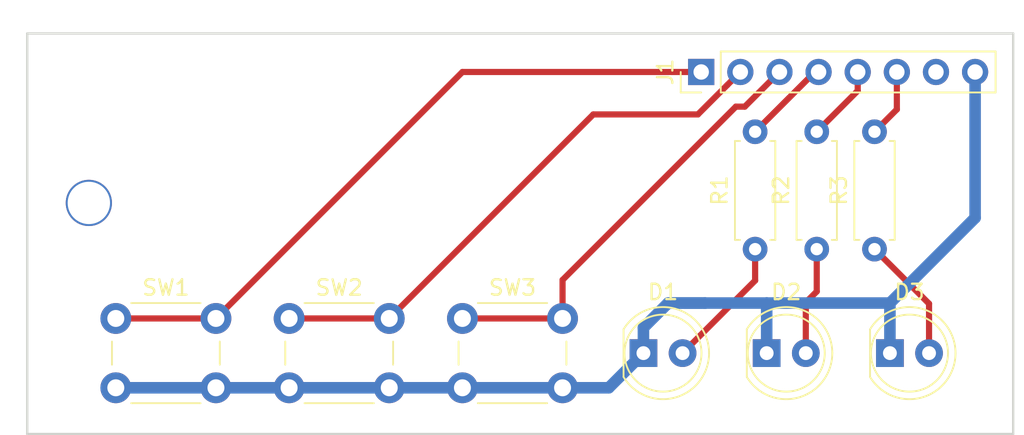
<source format=kicad_pcb>
(kicad_pcb (version 20171130) (host pcbnew 5.0.1-1.fc29)

  (general
    (thickness 1.6)
    (drawings 5)
    (tracks 43)
    (zones 0)
    (modules 11)
    (nets 11)
  )

  (page A4)
  (layers
    (0 F.Cu signal)
    (31 B.Cu signal)
    (32 B.Adhes user)
    (33 F.Adhes user)
    (34 B.Paste user)
    (35 F.Paste user)
    (36 B.SilkS user)
    (37 F.SilkS user)
    (38 B.Mask user)
    (39 F.Mask user)
    (40 Dwgs.User user)
    (41 Cmts.User user)
    (42 Eco1.User user)
    (43 Eco2.User user)
    (44 Edge.Cuts user)
    (45 Margin user)
    (46 B.CrtYd user)
    (47 F.CrtYd user)
    (48 B.Fab user)
    (49 F.Fab user)
  )

  (setup
    (last_trace_width 0.75)
    (user_trace_width 0.4)
    (user_trace_width 0.5)
    (user_trace_width 0.75)
    (trace_clearance 0.25)
    (zone_clearance 0.508)
    (zone_45_only no)
    (trace_min 0.2)
    (segment_width 0.2)
    (edge_width 0.15)
    (via_size 0.6)
    (via_drill 0.4)
    (via_min_size 0.4)
    (via_min_drill 0.3)
    (uvia_size 0.3)
    (uvia_drill 0.1)
    (uvias_allowed no)
    (uvia_min_size 0.2)
    (uvia_min_drill 0.1)
    (pcb_text_width 0.3)
    (pcb_text_size 1.5 1.5)
    (mod_edge_width 0.15)
    (mod_text_size 1 1)
    (mod_text_width 0.15)
    (pad_size 1.524 1.524)
    (pad_drill 0.762)
    (pad_to_mask_clearance 0.2)
    (solder_mask_min_width 0.25)
    (aux_axis_origin 0 0)
    (grid_origin 101.75 112)
    (visible_elements FFFFFF7F)
    (pcbplotparams
      (layerselection 0x00030_80000001)
      (usegerberextensions false)
      (usegerberattributes false)
      (usegerberadvancedattributes false)
      (creategerberjobfile false)
      (excludeedgelayer true)
      (linewidth 0.100000)
      (plotframeref false)
      (viasonmask false)
      (mode 1)
      (useauxorigin false)
      (hpglpennumber 1)
      (hpglpenspeed 20)
      (hpglpendiameter 15.000000)
      (psnegative false)
      (psa4output false)
      (plotreference true)
      (plotvalue true)
      (plotinvisibletext false)
      (padsonsilk false)
      (subtractmaskfromsilk false)
      (outputformat 1)
      (mirror false)
      (drillshape 1)
      (scaleselection 1)
      (outputdirectory ""))
  )

  (net 0 "")
  (net 1 GND)
  (net 2 "Net-(D1-Pad2)")
  (net 3 "Net-(D2-Pad2)")
  (net 4 "Net-(D3-Pad2)")
  (net 5 /PC7)
  (net 6 /PC4)
  (net 7 /PC2)
  (net 8 /PB0)
  (net 9 /TX)
  (net 10 /RX)

  (net_class Default "This is the default net class."
    (clearance 0.25)
    (trace_width 0.25)
    (via_dia 0.6)
    (via_drill 0.4)
    (uvia_dia 0.3)
    (uvia_drill 0.1)
    (add_net /PB0)
    (add_net /PC2)
    (add_net /PC4)
    (add_net /PC7)
    (add_net /RX)
    (add_net /TX)
    (add_net GND)
    (add_net "Net-(D1-Pad2)")
    (add_net "Net-(D2-Pad2)")
    (add_net "Net-(D3-Pad2)")
  )

  (module LEDs:LED_D5.0mm (layer F.Cu) (tedit 5995936A) (tstamp 5BEDF132)
    (at 136 109.75)
    (descr "LED, diameter 5.0mm, 2 pins, http://cdn-reichelt.de/documents/datenblatt/A500/LL-504BC2E-009.pdf")
    (tags "LED diameter 5.0mm 2 pins")
    (path /5BEDEAD4)
    (fp_text reference D1 (at 1.27 -3.96) (layer F.SilkS)
      (effects (font (size 1 1) (thickness 0.15)))
    )
    (fp_text value LED (at 1.27 3.96) (layer F.Fab)
      (effects (font (size 1 1) (thickness 0.15)))
    )
    (fp_arc (start 1.27 0) (end -1.23 -1.469694) (angle 299.1) (layer F.Fab) (width 0.1))
    (fp_arc (start 1.27 0) (end -1.29 -1.54483) (angle 148.9) (layer F.SilkS) (width 0.12))
    (fp_arc (start 1.27 0) (end -1.29 1.54483) (angle -148.9) (layer F.SilkS) (width 0.12))
    (fp_circle (center 1.27 0) (end 3.77 0) (layer F.Fab) (width 0.1))
    (fp_circle (center 1.27 0) (end 3.77 0) (layer F.SilkS) (width 0.12))
    (fp_line (start -1.23 -1.469694) (end -1.23 1.469694) (layer F.Fab) (width 0.1))
    (fp_line (start -1.29 -1.545) (end -1.29 1.545) (layer F.SilkS) (width 0.12))
    (fp_line (start -1.95 -3.25) (end -1.95 3.25) (layer F.CrtYd) (width 0.05))
    (fp_line (start -1.95 3.25) (end 4.5 3.25) (layer F.CrtYd) (width 0.05))
    (fp_line (start 4.5 3.25) (end 4.5 -3.25) (layer F.CrtYd) (width 0.05))
    (fp_line (start 4.5 -3.25) (end -1.95 -3.25) (layer F.CrtYd) (width 0.05))
    (fp_text user %R (at 1.25 0) (layer F.Fab)
      (effects (font (size 0.8 0.8) (thickness 0.2)))
    )
    (pad 1 thru_hole rect (at 0 0) (size 1.8 1.8) (drill 0.9) (layers *.Cu *.Mask)
      (net 1 GND))
    (pad 2 thru_hole circle (at 2.54 0) (size 1.8 1.8) (drill 0.9) (layers *.Cu *.Mask)
      (net 2 "Net-(D1-Pad2)"))
    (model ${KISYS3DMOD}/LEDs.3dshapes/LED_D5.0mm.wrl
      (at (xyz 0 0 0))
      (scale (xyz 0.393701 0.393701 0.393701))
      (rotate (xyz 0 0 0))
    )
  )

  (module LEDs:LED_D5.0mm (layer F.Cu) (tedit 5995936A) (tstamp 5BEDF144)
    (at 144 109.75)
    (descr "LED, diameter 5.0mm, 2 pins, http://cdn-reichelt.de/documents/datenblatt/A500/LL-504BC2E-009.pdf")
    (tags "LED diameter 5.0mm 2 pins")
    (path /5BEDEB2F)
    (fp_text reference D2 (at 1.27 -3.96) (layer F.SilkS)
      (effects (font (size 1 1) (thickness 0.15)))
    )
    (fp_text value LED (at 1.27 3.96) (layer F.Fab)
      (effects (font (size 1 1) (thickness 0.15)))
    )
    (fp_arc (start 1.27 0) (end -1.23 -1.469694) (angle 299.1) (layer F.Fab) (width 0.1))
    (fp_arc (start 1.27 0) (end -1.29 -1.54483) (angle 148.9) (layer F.SilkS) (width 0.12))
    (fp_arc (start 1.27 0) (end -1.29 1.54483) (angle -148.9) (layer F.SilkS) (width 0.12))
    (fp_circle (center 1.27 0) (end 3.77 0) (layer F.Fab) (width 0.1))
    (fp_circle (center 1.27 0) (end 3.77 0) (layer F.SilkS) (width 0.12))
    (fp_line (start -1.23 -1.469694) (end -1.23 1.469694) (layer F.Fab) (width 0.1))
    (fp_line (start -1.29 -1.545) (end -1.29 1.545) (layer F.SilkS) (width 0.12))
    (fp_line (start -1.95 -3.25) (end -1.95 3.25) (layer F.CrtYd) (width 0.05))
    (fp_line (start -1.95 3.25) (end 4.5 3.25) (layer F.CrtYd) (width 0.05))
    (fp_line (start 4.5 3.25) (end 4.5 -3.25) (layer F.CrtYd) (width 0.05))
    (fp_line (start 4.5 -3.25) (end -1.95 -3.25) (layer F.CrtYd) (width 0.05))
    (fp_text user %R (at 1.25 0) (layer F.Fab)
      (effects (font (size 0.8 0.8) (thickness 0.2)))
    )
    (pad 1 thru_hole rect (at 0 0) (size 1.8 1.8) (drill 0.9) (layers *.Cu *.Mask)
      (net 1 GND))
    (pad 2 thru_hole circle (at 2.54 0) (size 1.8 1.8) (drill 0.9) (layers *.Cu *.Mask)
      (net 3 "Net-(D2-Pad2)"))
    (model ${KISYS3DMOD}/LEDs.3dshapes/LED_D5.0mm.wrl
      (at (xyz 0 0 0))
      (scale (xyz 0.393701 0.393701 0.393701))
      (rotate (xyz 0 0 0))
    )
  )

  (module LEDs:LED_D5.0mm (layer F.Cu) (tedit 5995936A) (tstamp 5BEDF156)
    (at 152 109.75)
    (descr "LED, diameter 5.0mm, 2 pins, http://cdn-reichelt.de/documents/datenblatt/A500/LL-504BC2E-009.pdf")
    (tags "LED diameter 5.0mm 2 pins")
    (path /5BEDEB4E)
    (fp_text reference D3 (at 1.27 -3.96) (layer F.SilkS)
      (effects (font (size 1 1) (thickness 0.15)))
    )
    (fp_text value LED (at 1.27 3.96) (layer F.Fab)
      (effects (font (size 1 1) (thickness 0.15)))
    )
    (fp_arc (start 1.27 0) (end -1.23 -1.469694) (angle 299.1) (layer F.Fab) (width 0.1))
    (fp_arc (start 1.27 0) (end -1.29 -1.54483) (angle 148.9) (layer F.SilkS) (width 0.12))
    (fp_arc (start 1.27 0) (end -1.29 1.54483) (angle -148.9) (layer F.SilkS) (width 0.12))
    (fp_circle (center 1.27 0) (end 3.77 0) (layer F.Fab) (width 0.1))
    (fp_circle (center 1.27 0) (end 3.77 0) (layer F.SilkS) (width 0.12))
    (fp_line (start -1.23 -1.469694) (end -1.23 1.469694) (layer F.Fab) (width 0.1))
    (fp_line (start -1.29 -1.545) (end -1.29 1.545) (layer F.SilkS) (width 0.12))
    (fp_line (start -1.95 -3.25) (end -1.95 3.25) (layer F.CrtYd) (width 0.05))
    (fp_line (start -1.95 3.25) (end 4.5 3.25) (layer F.CrtYd) (width 0.05))
    (fp_line (start 4.5 3.25) (end 4.5 -3.25) (layer F.CrtYd) (width 0.05))
    (fp_line (start 4.5 -3.25) (end -1.95 -3.25) (layer F.CrtYd) (width 0.05))
    (fp_text user %R (at 1.25 0) (layer F.Fab)
      (effects (font (size 0.8 0.8) (thickness 0.2)))
    )
    (pad 1 thru_hole rect (at 0 0) (size 1.8 1.8) (drill 0.9) (layers *.Cu *.Mask)
      (net 1 GND))
    (pad 2 thru_hole circle (at 2.54 0) (size 1.8 1.8) (drill 0.9) (layers *.Cu *.Mask)
      (net 4 "Net-(D3-Pad2)"))
    (model ${KISYS3DMOD}/LEDs.3dshapes/LED_D5.0mm.wrl
      (at (xyz 0 0 0))
      (scale (xyz 0.393701 0.393701 0.393701))
      (rotate (xyz 0 0 0))
    )
  )

  (module MiAM:NPTH_3mm_ID locked (layer F.Cu) (tedit 58E34364) (tstamp 5BEDF15B)
    (at 100 100)
    (path /5BEDF56F)
    (fp_text reference H1 (at 0.06 0.09) (layer F.SilkS)
      (effects (font (size 1 1) (thickness 0.15)))
    )
    (fp_text value Hole_3mm_PTH (at 0 -2.7) (layer F.Fab)
      (effects (font (size 1 1) (thickness 0.15)))
    )
    (pad "" np_thru_hole circle (at 0 0) (size 3 3) (drill 2.75) (layers *.Cu *.Mask)
      (clearance 1.6))
  )

  (module Pin_Headers:Pin_Header_Straight_1x08_Pitch2.54mm (layer F.Cu) (tedit 59650532) (tstamp 5BEDF177)
    (at 139.75 91.5 90)
    (descr "Through hole straight pin header, 1x08, 2.54mm pitch, single row")
    (tags "Through hole pin header THT 1x08 2.54mm single row")
    (path /5BEDEA58)
    (fp_text reference J1 (at 0 -2.33 90) (layer F.SilkS)
      (effects (font (size 1 1) (thickness 0.15)))
    )
    (fp_text value Conn_01x08 (at 0 20.11 90) (layer F.Fab)
      (effects (font (size 1 1) (thickness 0.15)))
    )
    (fp_line (start -0.635 -1.27) (end 1.27 -1.27) (layer F.Fab) (width 0.1))
    (fp_line (start 1.27 -1.27) (end 1.27 19.05) (layer F.Fab) (width 0.1))
    (fp_line (start 1.27 19.05) (end -1.27 19.05) (layer F.Fab) (width 0.1))
    (fp_line (start -1.27 19.05) (end -1.27 -0.635) (layer F.Fab) (width 0.1))
    (fp_line (start -1.27 -0.635) (end -0.635 -1.27) (layer F.Fab) (width 0.1))
    (fp_line (start -1.33 19.11) (end 1.33 19.11) (layer F.SilkS) (width 0.12))
    (fp_line (start -1.33 1.27) (end -1.33 19.11) (layer F.SilkS) (width 0.12))
    (fp_line (start 1.33 1.27) (end 1.33 19.11) (layer F.SilkS) (width 0.12))
    (fp_line (start -1.33 1.27) (end 1.33 1.27) (layer F.SilkS) (width 0.12))
    (fp_line (start -1.33 0) (end -1.33 -1.33) (layer F.SilkS) (width 0.12))
    (fp_line (start -1.33 -1.33) (end 0 -1.33) (layer F.SilkS) (width 0.12))
    (fp_line (start -1.8 -1.8) (end -1.8 19.55) (layer F.CrtYd) (width 0.05))
    (fp_line (start -1.8 19.55) (end 1.8 19.55) (layer F.CrtYd) (width 0.05))
    (fp_line (start 1.8 19.55) (end 1.8 -1.8) (layer F.CrtYd) (width 0.05))
    (fp_line (start 1.8 -1.8) (end -1.8 -1.8) (layer F.CrtYd) (width 0.05))
    (fp_text user %R (at 0 8.89 180) (layer F.Fab)
      (effects (font (size 1 1) (thickness 0.15)))
    )
    (pad 1 thru_hole rect (at 0 0 90) (size 1.7 1.7) (drill 1) (layers *.Cu *.Mask)
      (net 5 /PC7))
    (pad 2 thru_hole oval (at 0 2.54 90) (size 1.7 1.7) (drill 1) (layers *.Cu *.Mask)
      (net 6 /PC4))
    (pad 3 thru_hole oval (at 0 5.08 90) (size 1.7 1.7) (drill 1) (layers *.Cu *.Mask)
      (net 7 /PC2))
    (pad 4 thru_hole oval (at 0 7.62 90) (size 1.7 1.7) (drill 1) (layers *.Cu *.Mask)
      (net 8 /PB0))
    (pad 5 thru_hole oval (at 0 10.16 90) (size 1.7 1.7) (drill 1) (layers *.Cu *.Mask)
      (net 9 /TX))
    (pad 6 thru_hole oval (at 0 12.7 90) (size 1.7 1.7) (drill 1) (layers *.Cu *.Mask)
      (net 10 /RX))
    (pad 7 thru_hole oval (at 0 15.24 90) (size 1.7 1.7) (drill 1) (layers *.Cu *.Mask))
    (pad 8 thru_hole oval (at 0 17.78 90) (size 1.7 1.7) (drill 1) (layers *.Cu *.Mask)
      (net 1 GND))
    (model ${KISYS3DMOD}/Pin_Headers.3dshapes/Pin_Header_Straight_1x08_Pitch2.54mm.wrl
      (at (xyz 0 0 0))
      (scale (xyz 1 1 1))
      (rotate (xyz 0 0 0))
    )
  )

  (module Resistors_THT:R_Axial_DIN0207_L6.3mm_D2.5mm_P7.62mm_Horizontal (layer F.Cu) (tedit 5874F706) (tstamp 5BEDF18D)
    (at 143.25 103 90)
    (descr "Resistor, Axial_DIN0207 series, Axial, Horizontal, pin pitch=7.62mm, 0.25W = 1/4W, length*diameter=6.3*2.5mm^2, http://cdn-reichelt.de/documents/datenblatt/B400/1_4W%23YAG.pdf")
    (tags "Resistor Axial_DIN0207 series Axial Horizontal pin pitch 7.62mm 0.25W = 1/4W length 6.3mm diameter 2.5mm")
    (path /5BEDF086)
    (fp_text reference R1 (at 3.81 -2.31 90) (layer F.SilkS)
      (effects (font (size 1 1) (thickness 0.15)))
    )
    (fp_text value 1k (at 3.81 2.31 90) (layer F.Fab)
      (effects (font (size 1 1) (thickness 0.15)))
    )
    (fp_line (start 0.66 -1.25) (end 0.66 1.25) (layer F.Fab) (width 0.1))
    (fp_line (start 0.66 1.25) (end 6.96 1.25) (layer F.Fab) (width 0.1))
    (fp_line (start 6.96 1.25) (end 6.96 -1.25) (layer F.Fab) (width 0.1))
    (fp_line (start 6.96 -1.25) (end 0.66 -1.25) (layer F.Fab) (width 0.1))
    (fp_line (start 0 0) (end 0.66 0) (layer F.Fab) (width 0.1))
    (fp_line (start 7.62 0) (end 6.96 0) (layer F.Fab) (width 0.1))
    (fp_line (start 0.6 -0.98) (end 0.6 -1.31) (layer F.SilkS) (width 0.12))
    (fp_line (start 0.6 -1.31) (end 7.02 -1.31) (layer F.SilkS) (width 0.12))
    (fp_line (start 7.02 -1.31) (end 7.02 -0.98) (layer F.SilkS) (width 0.12))
    (fp_line (start 0.6 0.98) (end 0.6 1.31) (layer F.SilkS) (width 0.12))
    (fp_line (start 0.6 1.31) (end 7.02 1.31) (layer F.SilkS) (width 0.12))
    (fp_line (start 7.02 1.31) (end 7.02 0.98) (layer F.SilkS) (width 0.12))
    (fp_line (start -1.05 -1.6) (end -1.05 1.6) (layer F.CrtYd) (width 0.05))
    (fp_line (start -1.05 1.6) (end 8.7 1.6) (layer F.CrtYd) (width 0.05))
    (fp_line (start 8.7 1.6) (end 8.7 -1.6) (layer F.CrtYd) (width 0.05))
    (fp_line (start 8.7 -1.6) (end -1.05 -1.6) (layer F.CrtYd) (width 0.05))
    (pad 1 thru_hole circle (at 0 0 90) (size 1.6 1.6) (drill 0.8) (layers *.Cu *.Mask)
      (net 2 "Net-(D1-Pad2)"))
    (pad 2 thru_hole oval (at 7.62 0 90) (size 1.6 1.6) (drill 0.8) (layers *.Cu *.Mask)
      (net 8 /PB0))
    (model ${KISYS3DMOD}/Resistors_THT.3dshapes/R_Axial_DIN0207_L6.3mm_D2.5mm_P7.62mm_Horizontal.wrl
      (at (xyz 0 0 0))
      (scale (xyz 0.393701 0.393701 0.393701))
      (rotate (xyz 0 0 0))
    )
  )

  (module Resistors_THT:R_Axial_DIN0207_L6.3mm_D2.5mm_P7.62mm_Horizontal (layer F.Cu) (tedit 5874F706) (tstamp 5BEDF1A3)
    (at 147.25 103 90)
    (descr "Resistor, Axial_DIN0207 series, Axial, Horizontal, pin pitch=7.62mm, 0.25W = 1/4W, length*diameter=6.3*2.5mm^2, http://cdn-reichelt.de/documents/datenblatt/B400/1_4W%23YAG.pdf")
    (tags "Resistor Axial_DIN0207 series Axial Horizontal pin pitch 7.62mm 0.25W = 1/4W length 6.3mm diameter 2.5mm")
    (path /5BEDF056)
    (fp_text reference R2 (at 3.81 -2.31 90) (layer F.SilkS)
      (effects (font (size 1 1) (thickness 0.15)))
    )
    (fp_text value 1k (at 3.81 2.31 90) (layer F.Fab)
      (effects (font (size 1 1) (thickness 0.15)))
    )
    (fp_line (start 0.66 -1.25) (end 0.66 1.25) (layer F.Fab) (width 0.1))
    (fp_line (start 0.66 1.25) (end 6.96 1.25) (layer F.Fab) (width 0.1))
    (fp_line (start 6.96 1.25) (end 6.96 -1.25) (layer F.Fab) (width 0.1))
    (fp_line (start 6.96 -1.25) (end 0.66 -1.25) (layer F.Fab) (width 0.1))
    (fp_line (start 0 0) (end 0.66 0) (layer F.Fab) (width 0.1))
    (fp_line (start 7.62 0) (end 6.96 0) (layer F.Fab) (width 0.1))
    (fp_line (start 0.6 -0.98) (end 0.6 -1.31) (layer F.SilkS) (width 0.12))
    (fp_line (start 0.6 -1.31) (end 7.02 -1.31) (layer F.SilkS) (width 0.12))
    (fp_line (start 7.02 -1.31) (end 7.02 -0.98) (layer F.SilkS) (width 0.12))
    (fp_line (start 0.6 0.98) (end 0.6 1.31) (layer F.SilkS) (width 0.12))
    (fp_line (start 0.6 1.31) (end 7.02 1.31) (layer F.SilkS) (width 0.12))
    (fp_line (start 7.02 1.31) (end 7.02 0.98) (layer F.SilkS) (width 0.12))
    (fp_line (start -1.05 -1.6) (end -1.05 1.6) (layer F.CrtYd) (width 0.05))
    (fp_line (start -1.05 1.6) (end 8.7 1.6) (layer F.CrtYd) (width 0.05))
    (fp_line (start 8.7 1.6) (end 8.7 -1.6) (layer F.CrtYd) (width 0.05))
    (fp_line (start 8.7 -1.6) (end -1.05 -1.6) (layer F.CrtYd) (width 0.05))
    (pad 1 thru_hole circle (at 0 0 90) (size 1.6 1.6) (drill 0.8) (layers *.Cu *.Mask)
      (net 3 "Net-(D2-Pad2)"))
    (pad 2 thru_hole oval (at 7.62 0 90) (size 1.6 1.6) (drill 0.8) (layers *.Cu *.Mask)
      (net 9 /TX))
    (model ${KISYS3DMOD}/Resistors_THT.3dshapes/R_Axial_DIN0207_L6.3mm_D2.5mm_P7.62mm_Horizontal.wrl
      (at (xyz 0 0 0))
      (scale (xyz 0.393701 0.393701 0.393701))
      (rotate (xyz 0 0 0))
    )
  )

  (module Resistors_THT:R_Axial_DIN0207_L6.3mm_D2.5mm_P7.62mm_Horizontal (layer F.Cu) (tedit 5874F706) (tstamp 5BEF1C82)
    (at 151 103 90)
    (descr "Resistor, Axial_DIN0207 series, Axial, Horizontal, pin pitch=7.62mm, 0.25W = 1/4W, length*diameter=6.3*2.5mm^2, http://cdn-reichelt.de/documents/datenblatt/B400/1_4W%23YAG.pdf")
    (tags "Resistor Axial_DIN0207 series Axial Horizontal pin pitch 7.62mm 0.25W = 1/4W length 6.3mm diameter 2.5mm")
    (path /5BEDEF39)
    (fp_text reference R3 (at 3.81 -2.31 90) (layer F.SilkS)
      (effects (font (size 1 1) (thickness 0.15)))
    )
    (fp_text value 1k (at 3.81 2.31 90) (layer F.Fab)
      (effects (font (size 1 1) (thickness 0.15)))
    )
    (fp_line (start 0.66 -1.25) (end 0.66 1.25) (layer F.Fab) (width 0.1))
    (fp_line (start 0.66 1.25) (end 6.96 1.25) (layer F.Fab) (width 0.1))
    (fp_line (start 6.96 1.25) (end 6.96 -1.25) (layer F.Fab) (width 0.1))
    (fp_line (start 6.96 -1.25) (end 0.66 -1.25) (layer F.Fab) (width 0.1))
    (fp_line (start 0 0) (end 0.66 0) (layer F.Fab) (width 0.1))
    (fp_line (start 7.62 0) (end 6.96 0) (layer F.Fab) (width 0.1))
    (fp_line (start 0.6 -0.98) (end 0.6 -1.31) (layer F.SilkS) (width 0.12))
    (fp_line (start 0.6 -1.31) (end 7.02 -1.31) (layer F.SilkS) (width 0.12))
    (fp_line (start 7.02 -1.31) (end 7.02 -0.98) (layer F.SilkS) (width 0.12))
    (fp_line (start 0.6 0.98) (end 0.6 1.31) (layer F.SilkS) (width 0.12))
    (fp_line (start 0.6 1.31) (end 7.02 1.31) (layer F.SilkS) (width 0.12))
    (fp_line (start 7.02 1.31) (end 7.02 0.98) (layer F.SilkS) (width 0.12))
    (fp_line (start -1.05 -1.6) (end -1.05 1.6) (layer F.CrtYd) (width 0.05))
    (fp_line (start -1.05 1.6) (end 8.7 1.6) (layer F.CrtYd) (width 0.05))
    (fp_line (start 8.7 1.6) (end 8.7 -1.6) (layer F.CrtYd) (width 0.05))
    (fp_line (start 8.7 -1.6) (end -1.05 -1.6) (layer F.CrtYd) (width 0.05))
    (pad 1 thru_hole circle (at 0 0 90) (size 1.6 1.6) (drill 0.8) (layers *.Cu *.Mask)
      (net 4 "Net-(D3-Pad2)"))
    (pad 2 thru_hole oval (at 7.62 0 90) (size 1.6 1.6) (drill 0.8) (layers *.Cu *.Mask)
      (net 10 /RX))
    (model ${KISYS3DMOD}/Resistors_THT.3dshapes/R_Axial_DIN0207_L6.3mm_D2.5mm_P7.62mm_Horizontal.wrl
      (at (xyz 0 0 0))
      (scale (xyz 0.393701 0.393701 0.393701))
      (rotate (xyz 0 0 0))
    )
  )

  (module Buttons_Switches_THT:SW_PUSH_6mm (layer F.Cu) (tedit 5923F252) (tstamp 5BEDF1D8)
    (at 101.75 107.5)
    (descr https://www.omron.com/ecb/products/pdf/en-b3f.pdf)
    (tags "tact sw push 6mm")
    (path /5BEDF233)
    (fp_text reference SW1 (at 3.25 -2) (layer F.SilkS)
      (effects (font (size 1 1) (thickness 0.15)))
    )
    (fp_text value SW_SPST (at 3.75 6.7) (layer F.Fab)
      (effects (font (size 1 1) (thickness 0.15)))
    )
    (fp_text user %R (at 3.25 2.25) (layer F.Fab)
      (effects (font (size 1 1) (thickness 0.15)))
    )
    (fp_line (start 3.25 -0.75) (end 6.25 -0.75) (layer F.Fab) (width 0.1))
    (fp_line (start 6.25 -0.75) (end 6.25 5.25) (layer F.Fab) (width 0.1))
    (fp_line (start 6.25 5.25) (end 0.25 5.25) (layer F.Fab) (width 0.1))
    (fp_line (start 0.25 5.25) (end 0.25 -0.75) (layer F.Fab) (width 0.1))
    (fp_line (start 0.25 -0.75) (end 3.25 -0.75) (layer F.Fab) (width 0.1))
    (fp_line (start 7.75 6) (end 8 6) (layer F.CrtYd) (width 0.05))
    (fp_line (start 8 6) (end 8 5.75) (layer F.CrtYd) (width 0.05))
    (fp_line (start 7.75 -1.5) (end 8 -1.5) (layer F.CrtYd) (width 0.05))
    (fp_line (start 8 -1.5) (end 8 -1.25) (layer F.CrtYd) (width 0.05))
    (fp_line (start -1.5 -1.25) (end -1.5 -1.5) (layer F.CrtYd) (width 0.05))
    (fp_line (start -1.5 -1.5) (end -1.25 -1.5) (layer F.CrtYd) (width 0.05))
    (fp_line (start -1.5 5.75) (end -1.5 6) (layer F.CrtYd) (width 0.05))
    (fp_line (start -1.5 6) (end -1.25 6) (layer F.CrtYd) (width 0.05))
    (fp_line (start -1.25 -1.5) (end 7.75 -1.5) (layer F.CrtYd) (width 0.05))
    (fp_line (start -1.5 5.75) (end -1.5 -1.25) (layer F.CrtYd) (width 0.05))
    (fp_line (start 7.75 6) (end -1.25 6) (layer F.CrtYd) (width 0.05))
    (fp_line (start 8 -1.25) (end 8 5.75) (layer F.CrtYd) (width 0.05))
    (fp_line (start 1 5.5) (end 5.5 5.5) (layer F.SilkS) (width 0.12))
    (fp_line (start -0.25 1.5) (end -0.25 3) (layer F.SilkS) (width 0.12))
    (fp_line (start 5.5 -1) (end 1 -1) (layer F.SilkS) (width 0.12))
    (fp_line (start 6.75 3) (end 6.75 1.5) (layer F.SilkS) (width 0.12))
    (fp_circle (center 3.25 2.25) (end 1.25 2.5) (layer F.Fab) (width 0.1))
    (pad 2 thru_hole circle (at 0 4.5 90) (size 2 2) (drill 1.1) (layers *.Cu *.Mask)
      (net 1 GND))
    (pad 1 thru_hole circle (at 0 0 90) (size 2 2) (drill 1.1) (layers *.Cu *.Mask)
      (net 5 /PC7))
    (pad 2 thru_hole circle (at 6.5 4.5 90) (size 2 2) (drill 1.1) (layers *.Cu *.Mask)
      (net 1 GND))
    (pad 1 thru_hole circle (at 6.5 0 90) (size 2 2) (drill 1.1) (layers *.Cu *.Mask)
      (net 5 /PC7))
    (model ${KISYS3DMOD}/Buttons_Switches_THT.3dshapes/SW_PUSH_6mm.wrl
      (offset (xyz 0.1269999980926514 0 0))
      (scale (xyz 0.3937 0.3937 0.3937))
      (rotate (xyz 0 0 0))
    )
  )

  (module Buttons_Switches_THT:SW_PUSH_6mm (layer F.Cu) (tedit 5923F252) (tstamp 5BEDF1F7)
    (at 113 107.5)
    (descr https://www.omron.com/ecb/products/pdf/en-b3f.pdf)
    (tags "tact sw push 6mm")
    (path /5BEDEC2C)
    (fp_text reference SW2 (at 3.25 -2) (layer F.SilkS)
      (effects (font (size 1 1) (thickness 0.15)))
    )
    (fp_text value SW_SPST (at 3.75 6.7) (layer F.Fab)
      (effects (font (size 1 1) (thickness 0.15)))
    )
    (fp_text user %R (at 3.25 2.25) (layer F.Fab)
      (effects (font (size 1 1) (thickness 0.15)))
    )
    (fp_line (start 3.25 -0.75) (end 6.25 -0.75) (layer F.Fab) (width 0.1))
    (fp_line (start 6.25 -0.75) (end 6.25 5.25) (layer F.Fab) (width 0.1))
    (fp_line (start 6.25 5.25) (end 0.25 5.25) (layer F.Fab) (width 0.1))
    (fp_line (start 0.25 5.25) (end 0.25 -0.75) (layer F.Fab) (width 0.1))
    (fp_line (start 0.25 -0.75) (end 3.25 -0.75) (layer F.Fab) (width 0.1))
    (fp_line (start 7.75 6) (end 8 6) (layer F.CrtYd) (width 0.05))
    (fp_line (start 8 6) (end 8 5.75) (layer F.CrtYd) (width 0.05))
    (fp_line (start 7.75 -1.5) (end 8 -1.5) (layer F.CrtYd) (width 0.05))
    (fp_line (start 8 -1.5) (end 8 -1.25) (layer F.CrtYd) (width 0.05))
    (fp_line (start -1.5 -1.25) (end -1.5 -1.5) (layer F.CrtYd) (width 0.05))
    (fp_line (start -1.5 -1.5) (end -1.25 -1.5) (layer F.CrtYd) (width 0.05))
    (fp_line (start -1.5 5.75) (end -1.5 6) (layer F.CrtYd) (width 0.05))
    (fp_line (start -1.5 6) (end -1.25 6) (layer F.CrtYd) (width 0.05))
    (fp_line (start -1.25 -1.5) (end 7.75 -1.5) (layer F.CrtYd) (width 0.05))
    (fp_line (start -1.5 5.75) (end -1.5 -1.25) (layer F.CrtYd) (width 0.05))
    (fp_line (start 7.75 6) (end -1.25 6) (layer F.CrtYd) (width 0.05))
    (fp_line (start 8 -1.25) (end 8 5.75) (layer F.CrtYd) (width 0.05))
    (fp_line (start 1 5.5) (end 5.5 5.5) (layer F.SilkS) (width 0.12))
    (fp_line (start -0.25 1.5) (end -0.25 3) (layer F.SilkS) (width 0.12))
    (fp_line (start 5.5 -1) (end 1 -1) (layer F.SilkS) (width 0.12))
    (fp_line (start 6.75 3) (end 6.75 1.5) (layer F.SilkS) (width 0.12))
    (fp_circle (center 3.25 2.25) (end 1.25 2.5) (layer F.Fab) (width 0.1))
    (pad 2 thru_hole circle (at 0 4.5 90) (size 2 2) (drill 1.1) (layers *.Cu *.Mask)
      (net 1 GND))
    (pad 1 thru_hole circle (at 0 0 90) (size 2 2) (drill 1.1) (layers *.Cu *.Mask)
      (net 6 /PC4))
    (pad 2 thru_hole circle (at 6.5 4.5 90) (size 2 2) (drill 1.1) (layers *.Cu *.Mask)
      (net 1 GND))
    (pad 1 thru_hole circle (at 6.5 0 90) (size 2 2) (drill 1.1) (layers *.Cu *.Mask)
      (net 6 /PC4))
    (model ${KISYS3DMOD}/Buttons_Switches_THT.3dshapes/SW_PUSH_6mm.wrl
      (offset (xyz 0.1269999980926514 0 0))
      (scale (xyz 0.3937 0.3937 0.3937))
      (rotate (xyz 0 0 0))
    )
  )

  (module Buttons_Switches_THT:SW_PUSH_6mm (layer F.Cu) (tedit 5923F252) (tstamp 5BEDF216)
    (at 124.25 107.5)
    (descr https://www.omron.com/ecb/products/pdf/en-b3f.pdf)
    (tags "tact sw push 6mm")
    (path /5BEDEBF5)
    (fp_text reference SW3 (at 3.25 -2) (layer F.SilkS)
      (effects (font (size 1 1) (thickness 0.15)))
    )
    (fp_text value SW_SPST (at 3.75 6.7) (layer F.Fab)
      (effects (font (size 1 1) (thickness 0.15)))
    )
    (fp_text user %R (at 3.25 2.25) (layer F.Fab)
      (effects (font (size 1 1) (thickness 0.15)))
    )
    (fp_line (start 3.25 -0.75) (end 6.25 -0.75) (layer F.Fab) (width 0.1))
    (fp_line (start 6.25 -0.75) (end 6.25 5.25) (layer F.Fab) (width 0.1))
    (fp_line (start 6.25 5.25) (end 0.25 5.25) (layer F.Fab) (width 0.1))
    (fp_line (start 0.25 5.25) (end 0.25 -0.75) (layer F.Fab) (width 0.1))
    (fp_line (start 0.25 -0.75) (end 3.25 -0.75) (layer F.Fab) (width 0.1))
    (fp_line (start 7.75 6) (end 8 6) (layer F.CrtYd) (width 0.05))
    (fp_line (start 8 6) (end 8 5.75) (layer F.CrtYd) (width 0.05))
    (fp_line (start 7.75 -1.5) (end 8 -1.5) (layer F.CrtYd) (width 0.05))
    (fp_line (start 8 -1.5) (end 8 -1.25) (layer F.CrtYd) (width 0.05))
    (fp_line (start -1.5 -1.25) (end -1.5 -1.5) (layer F.CrtYd) (width 0.05))
    (fp_line (start -1.5 -1.5) (end -1.25 -1.5) (layer F.CrtYd) (width 0.05))
    (fp_line (start -1.5 5.75) (end -1.5 6) (layer F.CrtYd) (width 0.05))
    (fp_line (start -1.5 6) (end -1.25 6) (layer F.CrtYd) (width 0.05))
    (fp_line (start -1.25 -1.5) (end 7.75 -1.5) (layer F.CrtYd) (width 0.05))
    (fp_line (start -1.5 5.75) (end -1.5 -1.25) (layer F.CrtYd) (width 0.05))
    (fp_line (start 7.75 6) (end -1.25 6) (layer F.CrtYd) (width 0.05))
    (fp_line (start 8 -1.25) (end 8 5.75) (layer F.CrtYd) (width 0.05))
    (fp_line (start 1 5.5) (end 5.5 5.5) (layer F.SilkS) (width 0.12))
    (fp_line (start -0.25 1.5) (end -0.25 3) (layer F.SilkS) (width 0.12))
    (fp_line (start 5.5 -1) (end 1 -1) (layer F.SilkS) (width 0.12))
    (fp_line (start 6.75 3) (end 6.75 1.5) (layer F.SilkS) (width 0.12))
    (fp_circle (center 3.25 2.25) (end 1.25 2.5) (layer F.Fab) (width 0.1))
    (pad 2 thru_hole circle (at 0 4.5 90) (size 2 2) (drill 1.1) (layers *.Cu *.Mask)
      (net 1 GND))
    (pad 1 thru_hole circle (at 0 0 90) (size 2 2) (drill 1.1) (layers *.Cu *.Mask)
      (net 7 /PC2))
    (pad 2 thru_hole circle (at 6.5 4.5 90) (size 2 2) (drill 1.1) (layers *.Cu *.Mask)
      (net 1 GND))
    (pad 1 thru_hole circle (at 6.5 0 90) (size 2 2) (drill 1.1) (layers *.Cu *.Mask)
      (net 7 /PC2))
    (model ${KISYS3DMOD}/Buttons_Switches_THT.3dshapes/SW_PUSH_6mm.wrl
      (offset (xyz 0.1269999980926514 0 0))
      (scale (xyz 0.3937 0.3937 0.3937))
      (rotate (xyz 0 0 0))
    )
  )

  (gr_line (start 96.25 104) (end 160 104) (angle 90) (layer Dwgs.User) (width 0.2))
  (gr_line (start 160 115) (end 96 115) (angle 90) (layer Edge.Cuts) (width 0.15))
  (gr_line (start 160 89) (end 160 115) (angle 90) (layer Edge.Cuts) (width 0.15))
  (gr_line (start 96 89) (end 160 89) (angle 90) (layer Edge.Cuts) (width 0.15))
  (gr_line (start 96 89) (end 96 115) (angle 90) (layer Edge.Cuts) (width 0.15))

  (segment (start 101.75 112) (end 108.25 112) (width 0.75) (layer B.Cu) (net 1))
  (segment (start 108.25 112) (end 113 112) (width 0.75) (layer B.Cu) (net 1))
  (segment (start 113 112) (end 119.5 112) (width 0.75) (layer B.Cu) (net 1))
  (segment (start 119.5 112) (end 124.25 112) (width 0.75) (layer B.Cu) (net 1))
  (segment (start 124.25 112) (end 130.75 112) (width 0.75) (layer B.Cu) (net 1))
  (segment (start 133.75 112) (end 136 109.75) (width 0.75) (layer B.Cu) (net 1))
  (segment (start 130.75 112) (end 133.75 112) (width 0.75) (layer B.Cu) (net 1))
  (segment (start 157.53 91.5) (end 157.53 100.97) (width 0.75) (layer B.Cu) (net 1))
  (segment (start 152 106.5) (end 152 109.75) (width 0.75) (layer B.Cu) (net 1))
  (segment (start 157.53 100.97) (end 152 106.5) (width 0.75) (layer B.Cu) (net 1))
  (segment (start 144 109.75) (end 144 106.5) (width 0.75) (layer B.Cu) (net 1))
  (segment (start 152 106.5) (end 144 106.5) (width 0.75) (layer B.Cu) (net 1))
  (segment (start 137.6 106.5) (end 140 106.5) (width 0.75) (layer B.Cu) (net 1))
  (segment (start 136 108.1) (end 137.6 106.5) (width 0.75) (layer B.Cu) (net 1))
  (segment (start 136 109.75) (end 136 108.1) (width 0.75) (layer B.Cu) (net 1))
  (segment (start 144 106.5) (end 140 106.5) (width 0.75) (layer B.Cu) (net 1))
  (segment (start 140 106.5) (end 137.95 106.5) (width 0.75) (layer B.Cu) (net 1))
  (segment (start 143.25 105.04) (end 138.54 109.75) (width 0.4) (layer F.Cu) (net 2))
  (segment (start 143.25 103) (end 143.25 105.04) (width 0.4) (layer F.Cu) (net 2))
  (segment (start 147.25 103) (end 147.25 105.75) (width 0.4) (layer F.Cu) (net 3))
  (segment (start 146.54 106.46) (end 146.54 109.75) (width 0.4) (layer F.Cu) (net 3))
  (segment (start 147.25 105.75) (end 146.54 106.46) (width 0.4) (layer F.Cu) (net 3))
  (segment (start 154.54 106.54) (end 151 103) (width 0.4) (layer F.Cu) (net 4))
  (segment (start 154.54 109.75) (end 154.54 106.54) (width 0.4) (layer F.Cu) (net 4))
  (segment (start 101.75 107.5) (end 108.25 107.5) (width 0.4) (layer F.Cu) (net 5))
  (segment (start 108.25 107.5) (end 124.25 91.5) (width 0.4) (layer F.Cu) (net 5))
  (segment (start 124.25 91.5) (end 139.75 91.5) (width 0.4) (layer F.Cu) (net 5))
  (segment (start 113 107.5) (end 119.5 107.5) (width 0.4) (layer F.Cu) (net 6))
  (segment (start 141.440001 92.349999) (end 142.29 91.5) (width 0.4) (layer F.Cu) (net 6))
  (segment (start 139.535001 94.254999) (end 141.440001 92.349999) (width 0.4) (layer F.Cu) (net 6))
  (segment (start 132.745001 94.254999) (end 139.535001 94.254999) (width 0.4) (layer F.Cu) (net 6))
  (segment (start 119.5 107.5) (end 132.745001 94.254999) (width 0.4) (layer F.Cu) (net 6))
  (segment (start 124.25 107.5) (end 130.75 107.5) (width 0.4) (layer F.Cu) (net 7))
  (segment (start 144.83 91.5) (end 142.58 93.75) (width 0.4) (layer F.Cu) (net 7))
  (segment (start 142.58 93.75) (end 142 93.75) (width 0.4) (layer F.Cu) (net 7))
  (segment (start 130.75 105) (end 130.75 107.5) (width 0.4) (layer F.Cu) (net 7))
  (segment (start 142 93.75) (end 130.75 105) (width 0.4) (layer F.Cu) (net 7))
  (segment (start 147.13 91.5) (end 147.37 91.5) (width 0.4) (layer F.Cu) (net 8))
  (segment (start 143.25 95.38) (end 147.13 91.5) (width 0.4) (layer F.Cu) (net 8))
  (segment (start 149.91 92.72) (end 149.91 91.5) (width 0.4) (layer F.Cu) (net 9))
  (segment (start 147.25 95.38) (end 149.91 92.72) (width 0.4) (layer F.Cu) (net 9))
  (segment (start 152.45 93.93) (end 151 95.38) (width 0.4) (layer F.Cu) (net 10))
  (segment (start 152.45 91.5) (end 152.45 93.93) (width 0.4) (layer F.Cu) (net 10))

)

</source>
